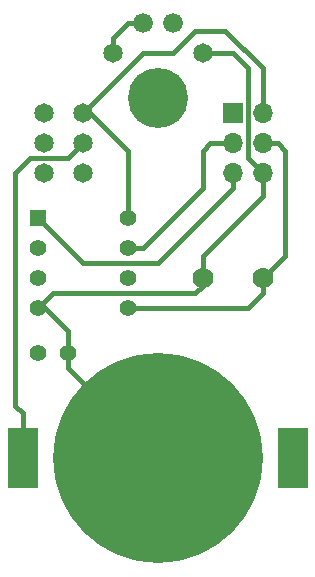
<source format=gtl>
G04 #@! TF.FileFunction,Copper,L1,Top,Signal*
%FSLAX46Y46*%
G04 Gerber Fmt 4.6, Leading zero omitted, Abs format (unit mm)*
G04 Created by KiCad (PCBNEW 4.0.7) date 02/16/20 19:44:05*
%MOMM*%
%LPD*%
G01*
G04 APERTURE LIST*
%ADD10C,0.150000*%
%ADD11C,1.651000*%
%ADD12R,1.397000X1.397000*%
%ADD13C,1.397000*%
%ADD14R,1.700000X1.700000*%
%ADD15O,1.700000X1.700000*%
%ADD16C,1.778000*%
%ADD17C,17.780000*%
%ADD18R,2.540000X5.080000*%
%ADD19C,5.080000*%
%ADD20C,1.676400*%
%ADD21C,0.406400*%
%ADD22C,0.609600*%
G04 APERTURE END LIST*
D10*
D11*
X135890000Y-105410000D03*
X135890000Y-102870000D03*
X135890000Y-107950000D03*
X132588000Y-102870000D03*
X132588000Y-105410000D03*
X132588000Y-107950000D03*
D12*
X132080000Y-111760000D03*
D13*
X132080000Y-114300000D03*
X132080000Y-116840000D03*
X132080000Y-119380000D03*
X139700000Y-119380000D03*
X139700000Y-116840000D03*
X139700000Y-114300000D03*
X139700000Y-111760000D03*
D14*
X148590000Y-102870000D03*
D15*
X151130000Y-102870000D03*
X148590000Y-105410000D03*
X151130000Y-105410000D03*
X148590000Y-107950000D03*
X151130000Y-107950000D03*
D16*
X151130000Y-116840000D03*
X146050000Y-116840000D03*
D17*
X142240000Y-132080000D03*
D18*
X130810000Y-132080000D03*
X153670000Y-132080000D03*
D19*
X142240000Y-101600000D03*
D11*
X146050000Y-97790000D03*
X138430000Y-97790000D03*
D13*
X132080000Y-123190000D03*
X134620000Y-123190000D03*
D20*
X143510000Y-95250000D03*
X140970000Y-95250000D03*
D21*
X135890000Y-102870000D02*
X136525000Y-102870000D01*
X136525000Y-102870000D02*
X139700000Y-106045000D01*
X139700000Y-106045000D02*
X139700000Y-111760000D01*
X151130000Y-102870000D02*
X151130000Y-99060000D01*
X140970000Y-97790000D02*
X135890000Y-102870000D01*
X143510000Y-97790000D02*
X140970000Y-97790000D01*
X145415000Y-95885000D02*
X143510000Y-97790000D01*
X147955000Y-95885000D02*
X145415000Y-95885000D01*
X151130000Y-99060000D02*
X147955000Y-95885000D01*
X134620000Y-123190000D02*
X134620000Y-124460000D01*
X134620000Y-124460000D02*
X142240000Y-132080000D01*
X132080000Y-119380000D02*
X132715000Y-119380000D01*
X132715000Y-119380000D02*
X134620000Y-121285000D01*
X134620000Y-121285000D02*
X134620000Y-123190000D01*
D22*
X142240000Y-132080000D02*
X138430000Y-132080000D01*
D21*
X146050000Y-116840000D02*
X146050000Y-117475000D01*
X146050000Y-117475000D02*
X145415000Y-118110000D01*
X145415000Y-118110000D02*
X133350000Y-118110000D01*
X133350000Y-118110000D02*
X132080000Y-119380000D01*
X146050000Y-116840000D02*
X146050000Y-114935000D01*
X151130000Y-109855000D02*
X151130000Y-107950000D01*
X146050000Y-114935000D02*
X151130000Y-109855000D01*
X151130000Y-107950000D02*
X149860000Y-106680000D01*
X148590000Y-97790000D02*
X146050000Y-97790000D01*
X149860000Y-99060000D02*
X148590000Y-97790000D01*
X149860000Y-106680000D02*
X149860000Y-99060000D01*
X130810000Y-132080000D02*
X130810000Y-128270000D01*
X134620000Y-106680000D02*
X135890000Y-105410000D01*
X131445000Y-106680000D02*
X134620000Y-106680000D01*
X130175000Y-107950000D02*
X131445000Y-106680000D01*
X130175000Y-127635000D02*
X130175000Y-107950000D01*
X130810000Y-128270000D02*
X130175000Y-127635000D01*
X138430000Y-97790000D02*
X138430000Y-96520000D01*
X139700000Y-95250000D02*
X140970000Y-95250000D01*
X138430000Y-96520000D02*
X139700000Y-95250000D01*
X148590000Y-107950000D02*
X148590000Y-109220000D01*
X135890000Y-115570000D02*
X132080000Y-111760000D01*
X142240000Y-115570000D02*
X135890000Y-115570000D01*
X148590000Y-109220000D02*
X142240000Y-115570000D01*
X139700000Y-119380000D02*
X149860000Y-119380000D01*
X151130000Y-118110000D02*
X151130000Y-116840000D01*
X149860000Y-119380000D02*
X151130000Y-118110000D01*
X151130000Y-117475000D02*
X151130000Y-116840000D01*
X151130000Y-116840000D02*
X153035000Y-114935000D01*
X152400000Y-105410000D02*
X151130000Y-105410000D01*
X153035000Y-106045000D02*
X152400000Y-105410000D01*
X153035000Y-114935000D02*
X153035000Y-106045000D01*
X139700000Y-114300000D02*
X140970000Y-114300000D01*
X146685000Y-105410000D02*
X148590000Y-105410000D01*
X146050000Y-106045000D02*
X146685000Y-105410000D01*
X146050000Y-109220000D02*
X146050000Y-106045000D01*
X140970000Y-114300000D02*
X146050000Y-109220000D01*
M02*

</source>
